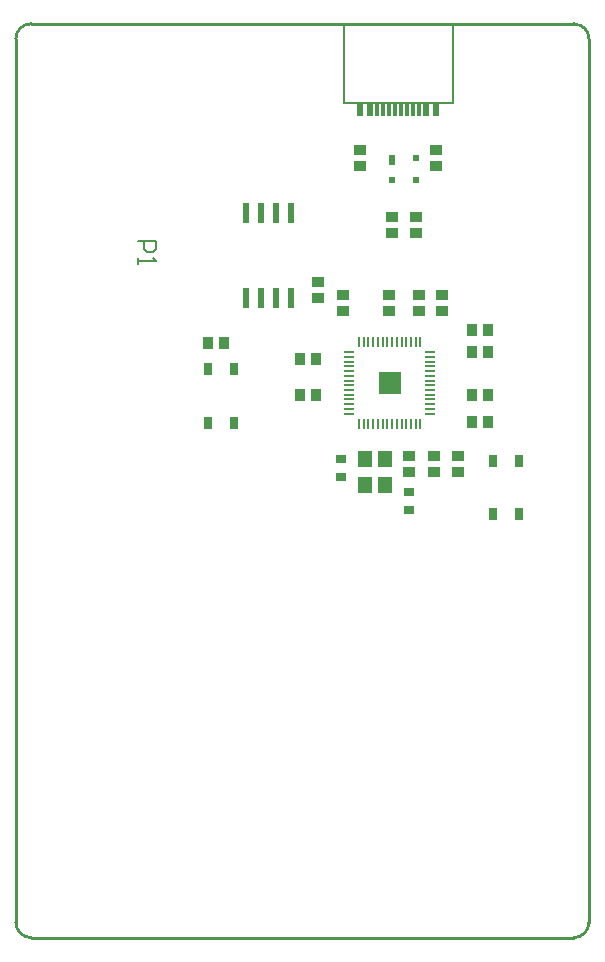
<source format=gtp>
G04*
G04 #@! TF.GenerationSoftware,Altium Limited,Altium Designer,24.2.2 (26)*
G04*
G04 Layer_Color=8421504*
%FSLAX25Y25*%
%MOIN*%
G70*
G04*
G04 #@! TF.SameCoordinates,3758B99F-9DEC-4DD0-BAA5-DFD1AAF1D411*
G04*
G04*
G04 #@! TF.FilePolarity,Positive*
G04*
G01*
G75*
%ADD13C,0.01000*%
%ADD15C,0.00591*%
%ADD17R,0.02362X0.01968*%
%ADD18R,0.02362X0.03543*%
%ADD19R,0.01181X0.04331*%
%ADD20R,0.02362X0.04331*%
G04:AMPARAMS|DCode=21|XSize=63.39mil|YSize=22.84mil|CornerRadius=2.85mil|HoleSize=0mil|Usage=FLASHONLY|Rotation=270.000|XOffset=0mil|YOffset=0mil|HoleType=Round|Shape=RoundedRectangle|*
%AMROUNDEDRECTD21*
21,1,0.06339,0.01713,0,0,270.0*
21,1,0.05768,0.02284,0,0,270.0*
1,1,0.00571,-0.00856,-0.02884*
1,1,0.00571,-0.00856,0.02884*
1,1,0.00571,0.00856,0.02884*
1,1,0.00571,0.00856,-0.02884*
%
%ADD21ROUNDEDRECTD21*%
%ADD22R,0.03937X0.03543*%
%ADD23R,0.03543X0.03937*%
%ADD24R,0.02800X0.03900*%
G04:AMPARAMS|DCode=25|XSize=7.87mil|YSize=33.07mil|CornerRadius=0.98mil|HoleSize=0mil|Usage=FLASHONLY|Rotation=0.000|XOffset=0mil|YOffset=0mil|HoleType=Round|Shape=RoundedRectangle|*
%AMROUNDEDRECTD25*
21,1,0.00787,0.03110,0,0,0.0*
21,1,0.00591,0.03307,0,0,0.0*
1,1,0.00197,0.00295,-0.01555*
1,1,0.00197,-0.00295,-0.01555*
1,1,0.00197,-0.00295,0.01555*
1,1,0.00197,0.00295,0.01555*
%
%ADD25ROUNDEDRECTD25*%
G04:AMPARAMS|DCode=26|XSize=33.07mil|YSize=7.87mil|CornerRadius=0.98mil|HoleSize=0mil|Usage=FLASHONLY|Rotation=0.000|XOffset=0mil|YOffset=0mil|HoleType=Round|Shape=RoundedRectangle|*
%AMROUNDEDRECTD26*
21,1,0.03307,0.00591,0,0,0.0*
21,1,0.03110,0.00787,0,0,0.0*
1,1,0.00197,0.01555,-0.00295*
1,1,0.00197,-0.01555,-0.00295*
1,1,0.00197,-0.01555,0.00295*
1,1,0.00197,0.01555,0.00295*
%
%ADD26ROUNDEDRECTD26*%
%ADD27R,0.07717X0.07717*%
%ADD28R,0.03543X0.03150*%
%ADD29R,0.04724X0.05512*%
D13*
X1087100Y747300D02*
G03*
X1082100Y742300I0J-5000D01*
G01*
X1273100D02*
G03*
X1268100Y747300I-5000J0D01*
G01*
Y442700D02*
G03*
X1273100Y447700I0J5000D01*
G01*
X1082100D02*
G03*
X1087100Y442700I5000J0D01*
G01*
X1082100Y737121D02*
Y742300D01*
X1087100Y747300D02*
X1268100D01*
X1273100Y447841D02*
Y742300D01*
Y447700D02*
Y447841D01*
X1087100Y442700D02*
X1268100D01*
X1082100Y447700D02*
Y737121D01*
D15*
X1191310Y720818D02*
X1227687D01*
X1191310D02*
Y747196D01*
X1227687Y720818D02*
Y747196D01*
X1122861Y675036D02*
X1128765D01*
Y672084D01*
X1127781Y671100D01*
X1125813D01*
X1124829Y672084D01*
Y675036D01*
X1122861Y669132D02*
Y667164D01*
Y668148D01*
X1128765D01*
X1127781Y669132D01*
D17*
X1215390Y702649D02*
D03*
Y695168D02*
D03*
X1207516D02*
D03*
D18*
Y701861D02*
D03*
D19*
X1202609Y718653D02*
D03*
X1204577D02*
D03*
X1206546D02*
D03*
X1208514D02*
D03*
X1210483D02*
D03*
X1212451D02*
D03*
X1214420D02*
D03*
X1216388D02*
D03*
D20*
X1200050D02*
D03*
X1218947D02*
D03*
X1196900D02*
D03*
X1222097D02*
D03*
D21*
X1173700Y655907D02*
D03*
X1168700D02*
D03*
X1163700D02*
D03*
X1158700D02*
D03*
Y684293D02*
D03*
X1163700D02*
D03*
X1168700D02*
D03*
X1173700D02*
D03*
D22*
X1182700Y661258D02*
D03*
Y655943D02*
D03*
X1190991Y656957D02*
D03*
Y651643D02*
D03*
X1213100Y597984D02*
D03*
Y603299D02*
D03*
X1222099Y705306D02*
D03*
Y699991D02*
D03*
X1221600Y603300D02*
D03*
Y597985D02*
D03*
X1216388Y656957D02*
D03*
Y651643D02*
D03*
X1224000Y656957D02*
D03*
Y651643D02*
D03*
X1229546Y597984D02*
D03*
Y603298D02*
D03*
X1207514Y682956D02*
D03*
Y677641D02*
D03*
X1215392Y682958D02*
D03*
Y677643D02*
D03*
X1206547Y656957D02*
D03*
Y651643D02*
D03*
X1196902Y699991D02*
D03*
Y705306D02*
D03*
D23*
X1176885Y635433D02*
D03*
X1182200D02*
D03*
X1176885Y623639D02*
D03*
X1182200D02*
D03*
X1239458Y637813D02*
D03*
X1234143D02*
D03*
X1239419Y614661D02*
D03*
X1234104D02*
D03*
X1239419Y645120D02*
D03*
X1234104D02*
D03*
X1234144Y623639D02*
D03*
X1239459D02*
D03*
X1146243Y641000D02*
D03*
X1151558D02*
D03*
D24*
X1154732Y632058D02*
D03*
Y614342D02*
D03*
X1146268Y632058D02*
D03*
Y614342D02*
D03*
X1241168Y583942D02*
D03*
Y601658D02*
D03*
X1249632Y583942D02*
D03*
Y601658D02*
D03*
D25*
X1196477Y614053D02*
D03*
X1198052D02*
D03*
X1199627D02*
D03*
X1201202D02*
D03*
X1202776D02*
D03*
X1204351D02*
D03*
X1205926D02*
D03*
X1207501D02*
D03*
X1209076D02*
D03*
X1210650D02*
D03*
X1212225D02*
D03*
X1213800D02*
D03*
X1215375D02*
D03*
X1216950D02*
D03*
Y641100D02*
D03*
X1215375D02*
D03*
X1213800D02*
D03*
X1212225D02*
D03*
X1210652D02*
D03*
X1209076D02*
D03*
X1207501D02*
D03*
X1205926D02*
D03*
X1204351D02*
D03*
X1202776D02*
D03*
X1201202D02*
D03*
X1199627D02*
D03*
X1198052D02*
D03*
X1196477D02*
D03*
D26*
X1193190Y637813D02*
D03*
Y636238D02*
D03*
Y634663D02*
D03*
Y633088D02*
D03*
Y631513D02*
D03*
Y629939D02*
D03*
Y628364D02*
D03*
Y626789D02*
D03*
Y625214D02*
D03*
Y623639D02*
D03*
Y622065D02*
D03*
Y620490D02*
D03*
Y618915D02*
D03*
Y617340D02*
D03*
X1220237D02*
D03*
Y618915D02*
D03*
Y620490D02*
D03*
Y622065D02*
D03*
Y623639D02*
D03*
Y625214D02*
D03*
Y626789D02*
D03*
Y628364D02*
D03*
Y629939D02*
D03*
Y631513D02*
D03*
Y633088D02*
D03*
Y634663D02*
D03*
Y636238D02*
D03*
Y637813D02*
D03*
D27*
X1206713Y627576D02*
D03*
D28*
X1190400Y602153D02*
D03*
Y596247D02*
D03*
X1213100Y591153D02*
D03*
Y585247D02*
D03*
D29*
X1205147Y602131D02*
D03*
Y593469D02*
D03*
X1198454D02*
D03*
Y602131D02*
D03*
M02*

</source>
